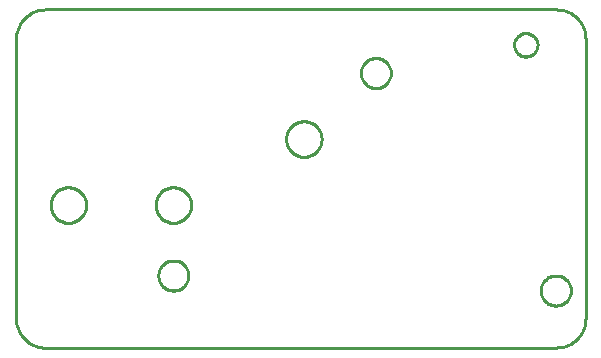
<source format=gbr>
G04 EAGLE Gerber RS-274X export*
G75*
%MOMM*%
%FSLAX34Y34*%
%LPD*%
%IN*%
%IPPOS*%
%AMOC8*
5,1,8,0,0,1.08239X$1,22.5*%
G01*
%ADD10C,0.254000*%
D10*
X0Y738805D02*
X97Y736591D01*
X386Y734394D01*
X865Y732231D01*
X1532Y730117D01*
X2380Y728070D01*
X3403Y726105D01*
X4594Y724236D01*
X5942Y722478D01*
X7439Y720844D01*
X9073Y719347D01*
X10831Y717998D01*
X12700Y716808D01*
X14665Y715784D01*
X16713Y714936D01*
X18826Y714270D01*
X20989Y713791D01*
X23186Y713501D01*
X25400Y713405D01*
X27510Y713492D01*
X30480Y713740D01*
X457000Y713740D01*
X459214Y713837D01*
X461411Y714126D01*
X463574Y714605D01*
X465687Y715272D01*
X467735Y716120D01*
X469700Y717143D01*
X471569Y718334D01*
X473327Y719682D01*
X474961Y721180D01*
X476458Y722813D01*
X477806Y724571D01*
X478997Y726440D01*
X480020Y728406D01*
X480868Y730453D01*
X481535Y732566D01*
X482014Y734729D01*
X482303Y736926D01*
X482400Y739140D01*
X482400Y974600D01*
X482303Y976814D01*
X482014Y979011D01*
X481535Y981174D01*
X480868Y983287D01*
X480020Y985335D01*
X478997Y987300D01*
X477806Y989169D01*
X476458Y990927D01*
X474961Y992561D01*
X473327Y994058D01*
X471569Y995406D01*
X469700Y996597D01*
X467735Y997620D01*
X465687Y998468D01*
X463574Y999135D01*
X461411Y999614D01*
X459214Y999903D01*
X457000Y1000000D01*
X25400Y1000000D01*
X23186Y999903D01*
X20989Y999614D01*
X18826Y999135D01*
X16713Y998468D01*
X14666Y997620D01*
X12700Y996597D01*
X10831Y995406D01*
X9073Y994058D01*
X7440Y992561D01*
X5942Y990927D01*
X4594Y989169D01*
X3403Y987300D01*
X2380Y985335D01*
X1532Y983287D01*
X865Y981174D01*
X386Y979011D01*
X97Y976814D01*
X0Y974600D01*
X0Y738805D01*
X469900Y761501D02*
X469822Y760506D01*
X469666Y759520D01*
X469433Y758550D01*
X469124Y757601D01*
X468742Y756679D01*
X468289Y755790D01*
X467768Y754939D01*
X467181Y754131D01*
X466533Y753373D01*
X465827Y752667D01*
X465069Y752019D01*
X464261Y751432D01*
X463410Y750911D01*
X462521Y750458D01*
X461599Y750076D01*
X460650Y749767D01*
X459680Y749534D01*
X458694Y749378D01*
X457699Y749300D01*
X456701Y749300D01*
X455706Y749378D01*
X454720Y749534D01*
X453750Y749767D01*
X452801Y750076D01*
X451879Y750458D01*
X450990Y750911D01*
X450139Y751432D01*
X449331Y752019D01*
X448573Y752667D01*
X447867Y753373D01*
X447219Y754131D01*
X446632Y754939D01*
X446111Y755790D01*
X445658Y756679D01*
X445276Y757601D01*
X444967Y758550D01*
X444734Y759520D01*
X444578Y760506D01*
X444500Y761501D01*
X444500Y762499D01*
X444578Y763494D01*
X444734Y764480D01*
X444967Y765450D01*
X445276Y766399D01*
X445658Y767321D01*
X446111Y768210D01*
X446632Y769061D01*
X447219Y769869D01*
X447867Y770627D01*
X448573Y771333D01*
X449331Y771981D01*
X450139Y772568D01*
X450990Y773089D01*
X451879Y773542D01*
X452801Y773924D01*
X453750Y774233D01*
X454720Y774466D01*
X455706Y774622D01*
X456701Y774700D01*
X457699Y774700D01*
X458694Y774622D01*
X459680Y774466D01*
X460650Y774233D01*
X461599Y773924D01*
X462521Y773542D01*
X463410Y773089D01*
X464261Y772568D01*
X465069Y771981D01*
X465827Y771333D01*
X466533Y770627D01*
X467181Y769869D01*
X467768Y769061D01*
X468289Y768210D01*
X468742Y767321D01*
X469124Y766399D01*
X469433Y765450D01*
X469666Y764480D01*
X469822Y763494D01*
X469900Y762499D01*
X469900Y761501D01*
X146050Y774201D02*
X145972Y773206D01*
X145816Y772220D01*
X145583Y771250D01*
X145274Y770301D01*
X144892Y769379D01*
X144439Y768490D01*
X143918Y767639D01*
X143331Y766831D01*
X142683Y766073D01*
X141977Y765367D01*
X141219Y764719D01*
X140411Y764132D01*
X139560Y763611D01*
X138671Y763158D01*
X137749Y762776D01*
X136800Y762467D01*
X135830Y762234D01*
X134844Y762078D01*
X133849Y762000D01*
X132851Y762000D01*
X131856Y762078D01*
X130870Y762234D01*
X129900Y762467D01*
X128951Y762776D01*
X128029Y763158D01*
X127140Y763611D01*
X126289Y764132D01*
X125481Y764719D01*
X124723Y765367D01*
X124017Y766073D01*
X123369Y766831D01*
X122782Y767639D01*
X122261Y768490D01*
X121808Y769379D01*
X121426Y770301D01*
X121117Y771250D01*
X120884Y772220D01*
X120728Y773206D01*
X120650Y774201D01*
X120650Y775199D01*
X120728Y776194D01*
X120884Y777180D01*
X121117Y778150D01*
X121426Y779099D01*
X121808Y780021D01*
X122261Y780910D01*
X122782Y781761D01*
X123369Y782569D01*
X124017Y783327D01*
X124723Y784033D01*
X125481Y784681D01*
X126289Y785268D01*
X127140Y785789D01*
X128029Y786242D01*
X128951Y786624D01*
X129900Y786933D01*
X130870Y787166D01*
X131856Y787322D01*
X132851Y787400D01*
X133849Y787400D01*
X134844Y787322D01*
X135830Y787166D01*
X136800Y786933D01*
X137749Y786624D01*
X138671Y786242D01*
X139560Y785789D01*
X140411Y785268D01*
X141219Y784681D01*
X141977Y784033D01*
X142683Y783327D01*
X143331Y782569D01*
X143918Y781761D01*
X144439Y780910D01*
X144892Y780021D01*
X145274Y779099D01*
X145583Y778150D01*
X145816Y777180D01*
X145972Y776194D01*
X146050Y775199D01*
X146050Y774201D01*
X317500Y945651D02*
X317422Y944656D01*
X317266Y943670D01*
X317033Y942700D01*
X316724Y941751D01*
X316342Y940829D01*
X315889Y939940D01*
X315368Y939089D01*
X314781Y938281D01*
X314133Y937523D01*
X313427Y936817D01*
X312669Y936169D01*
X311861Y935582D01*
X311010Y935061D01*
X310121Y934608D01*
X309199Y934226D01*
X308250Y933917D01*
X307280Y933684D01*
X306294Y933528D01*
X305299Y933450D01*
X304301Y933450D01*
X303306Y933528D01*
X302320Y933684D01*
X301350Y933917D01*
X300401Y934226D01*
X299479Y934608D01*
X298590Y935061D01*
X297739Y935582D01*
X296931Y936169D01*
X296173Y936817D01*
X295467Y937523D01*
X294819Y938281D01*
X294232Y939089D01*
X293711Y939940D01*
X293258Y940829D01*
X292876Y941751D01*
X292567Y942700D01*
X292334Y943670D01*
X292178Y944656D01*
X292100Y945651D01*
X292100Y946649D01*
X292178Y947644D01*
X292334Y948630D01*
X292567Y949600D01*
X292876Y950549D01*
X293258Y951471D01*
X293711Y952360D01*
X294232Y953211D01*
X294819Y954019D01*
X295467Y954777D01*
X296173Y955483D01*
X296931Y956131D01*
X297739Y956718D01*
X298590Y957239D01*
X299479Y957692D01*
X300401Y958074D01*
X301350Y958383D01*
X302320Y958616D01*
X303306Y958772D01*
X304301Y958850D01*
X305299Y958850D01*
X306294Y958772D01*
X307280Y958616D01*
X308250Y958383D01*
X309199Y958074D01*
X310121Y957692D01*
X311010Y957239D01*
X311861Y956718D01*
X312669Y956131D01*
X313427Y955483D01*
X314133Y954777D01*
X314781Y954019D01*
X315368Y953211D01*
X315889Y952360D01*
X316342Y951471D01*
X316724Y950549D01*
X317033Y949600D01*
X317266Y948630D01*
X317422Y947644D01*
X317500Y946649D01*
X317500Y945651D01*
X132814Y819390D02*
X131746Y819466D01*
X130685Y819619D01*
X129638Y819847D01*
X128610Y820149D01*
X127606Y820523D01*
X126631Y820968D01*
X125691Y821482D01*
X124790Y822061D01*
X123932Y822703D01*
X123122Y823405D01*
X122365Y824162D01*
X121663Y824972D01*
X121021Y825830D01*
X120442Y826731D01*
X119928Y827671D01*
X119483Y828646D01*
X119109Y829650D01*
X118807Y830678D01*
X118579Y831725D01*
X118426Y832786D01*
X118350Y833854D01*
X118350Y834926D01*
X118426Y835994D01*
X118579Y837055D01*
X118807Y838102D01*
X119109Y839130D01*
X119483Y840134D01*
X119928Y841109D01*
X120442Y842049D01*
X121021Y842950D01*
X121663Y843808D01*
X122365Y844618D01*
X123122Y845375D01*
X123932Y846077D01*
X124790Y846719D01*
X125691Y847298D01*
X126631Y847812D01*
X127606Y848257D01*
X128610Y848631D01*
X129638Y848933D01*
X130685Y849161D01*
X131746Y849314D01*
X132814Y849390D01*
X133886Y849390D01*
X134954Y849314D01*
X136015Y849161D01*
X137062Y848933D01*
X138090Y848631D01*
X139094Y848257D01*
X140069Y847812D01*
X141009Y847298D01*
X141910Y846719D01*
X142768Y846077D01*
X143578Y845375D01*
X144335Y844618D01*
X145037Y843808D01*
X145679Y842950D01*
X146258Y842049D01*
X146772Y841109D01*
X147217Y840134D01*
X147591Y839130D01*
X147893Y838102D01*
X148121Y837055D01*
X148274Y835994D01*
X148350Y834926D01*
X148350Y833854D01*
X148274Y832786D01*
X148121Y831725D01*
X147893Y830678D01*
X147591Y829650D01*
X147217Y828646D01*
X146772Y827671D01*
X146258Y826731D01*
X145679Y825830D01*
X145037Y824972D01*
X144335Y824162D01*
X143578Y823405D01*
X142768Y822703D01*
X141910Y822061D01*
X141009Y821482D01*
X140069Y820968D01*
X139094Y820523D01*
X138090Y820149D01*
X137062Y819847D01*
X136015Y819619D01*
X134954Y819466D01*
X133886Y819390D01*
X132814Y819390D01*
X43914Y819390D02*
X42846Y819466D01*
X41785Y819619D01*
X40738Y819847D01*
X39710Y820149D01*
X38706Y820523D01*
X37731Y820968D01*
X36791Y821482D01*
X35890Y822061D01*
X35032Y822703D01*
X34222Y823405D01*
X33465Y824162D01*
X32763Y824972D01*
X32121Y825830D01*
X31542Y826731D01*
X31028Y827671D01*
X30583Y828646D01*
X30209Y829650D01*
X29907Y830678D01*
X29679Y831725D01*
X29526Y832786D01*
X29450Y833854D01*
X29450Y834926D01*
X29526Y835994D01*
X29679Y837055D01*
X29907Y838102D01*
X30209Y839130D01*
X30583Y840134D01*
X31028Y841109D01*
X31542Y842049D01*
X32121Y842950D01*
X32763Y843808D01*
X33465Y844618D01*
X34222Y845375D01*
X35032Y846077D01*
X35890Y846719D01*
X36791Y847298D01*
X37731Y847812D01*
X38706Y848257D01*
X39710Y848631D01*
X40738Y848933D01*
X41785Y849161D01*
X42846Y849314D01*
X43914Y849390D01*
X44986Y849390D01*
X46054Y849314D01*
X47115Y849161D01*
X48162Y848933D01*
X49190Y848631D01*
X50194Y848257D01*
X51169Y847812D01*
X52109Y847298D01*
X53010Y846719D01*
X53868Y846077D01*
X54678Y845375D01*
X55435Y844618D01*
X56137Y843808D01*
X56779Y842950D01*
X57358Y842049D01*
X57872Y841109D01*
X58317Y840134D01*
X58691Y839130D01*
X58993Y838102D01*
X59221Y837055D01*
X59374Y835994D01*
X59450Y834926D01*
X59450Y833854D01*
X59374Y832786D01*
X59221Y831725D01*
X58993Y830678D01*
X58691Y829650D01*
X58317Y828646D01*
X57872Y827671D01*
X57358Y826731D01*
X56779Y825830D01*
X56137Y824972D01*
X55435Y824162D01*
X54678Y823405D01*
X53868Y822703D01*
X53010Y822061D01*
X52109Y821482D01*
X51169Y820968D01*
X50194Y820523D01*
X49190Y820149D01*
X48162Y819847D01*
X47115Y819619D01*
X46054Y819466D01*
X44986Y819390D01*
X43914Y819390D01*
X243304Y875270D02*
X242236Y875346D01*
X241175Y875499D01*
X240128Y875727D01*
X239100Y876029D01*
X238096Y876403D01*
X237121Y876848D01*
X236181Y877362D01*
X235280Y877941D01*
X234422Y878583D01*
X233612Y879285D01*
X232855Y880042D01*
X232153Y880852D01*
X231511Y881710D01*
X230932Y882611D01*
X230418Y883551D01*
X229973Y884526D01*
X229599Y885530D01*
X229297Y886558D01*
X229069Y887605D01*
X228916Y888666D01*
X228840Y889734D01*
X228840Y890806D01*
X228916Y891874D01*
X229069Y892935D01*
X229297Y893982D01*
X229599Y895010D01*
X229973Y896014D01*
X230418Y896989D01*
X230932Y897929D01*
X231511Y898830D01*
X232153Y899688D01*
X232855Y900498D01*
X233612Y901255D01*
X234422Y901957D01*
X235280Y902599D01*
X236181Y903178D01*
X237121Y903692D01*
X238096Y904137D01*
X239100Y904511D01*
X240128Y904813D01*
X241175Y905041D01*
X242236Y905194D01*
X243304Y905270D01*
X244376Y905270D01*
X245444Y905194D01*
X246505Y905041D01*
X247552Y904813D01*
X248580Y904511D01*
X249584Y904137D01*
X250559Y903692D01*
X251499Y903178D01*
X252400Y902599D01*
X253258Y901957D01*
X254068Y901255D01*
X254825Y900498D01*
X255527Y899688D01*
X256169Y898830D01*
X256748Y897929D01*
X257262Y896989D01*
X257707Y896014D01*
X258081Y895010D01*
X258383Y893982D01*
X258611Y892935D01*
X258764Y891874D01*
X258840Y890806D01*
X258840Y889734D01*
X258764Y888666D01*
X258611Y887605D01*
X258383Y886558D01*
X258081Y885530D01*
X257707Y884526D01*
X257262Y883551D01*
X256748Y882611D01*
X256169Y881710D01*
X255527Y880852D01*
X254825Y880042D01*
X254068Y879285D01*
X253258Y878583D01*
X252400Y877941D01*
X251499Y877362D01*
X250559Y876848D01*
X249584Y876403D01*
X248580Y876029D01*
X247552Y875727D01*
X246505Y875499D01*
X245444Y875346D01*
X244376Y875270D01*
X243304Y875270D01*
X421900Y969568D02*
X421975Y968707D01*
X422125Y967855D01*
X422349Y967020D01*
X422645Y966208D01*
X423010Y965424D01*
X423442Y964676D01*
X423938Y963968D01*
X424494Y963305D01*
X425105Y962694D01*
X425768Y962138D01*
X426476Y961642D01*
X427224Y961210D01*
X428008Y960845D01*
X428820Y960549D01*
X429655Y960325D01*
X430507Y960175D01*
X431368Y960100D01*
X432232Y960100D01*
X433093Y960175D01*
X433945Y960325D01*
X434780Y960549D01*
X435592Y960845D01*
X436376Y961210D01*
X437124Y961642D01*
X437832Y962138D01*
X438495Y962694D01*
X439106Y963305D01*
X439662Y963968D01*
X440158Y964676D01*
X440590Y965424D01*
X440955Y966208D01*
X441251Y967020D01*
X441475Y967855D01*
X441625Y968707D01*
X441700Y969568D01*
X441700Y970432D01*
X441625Y971293D01*
X441475Y972145D01*
X441251Y972980D01*
X440955Y973792D01*
X440590Y974576D01*
X440158Y975324D01*
X439662Y976032D01*
X439106Y976695D01*
X438495Y977306D01*
X437832Y977862D01*
X437124Y978358D01*
X436376Y978790D01*
X435592Y979155D01*
X434780Y979451D01*
X433945Y979675D01*
X433093Y979825D01*
X432232Y979900D01*
X431368Y979900D01*
X430507Y979825D01*
X429655Y979675D01*
X428820Y979451D01*
X428008Y979155D01*
X427224Y978790D01*
X426476Y978358D01*
X425768Y977862D01*
X425105Y977306D01*
X424494Y976695D01*
X423938Y976032D01*
X423442Y975324D01*
X423010Y974576D01*
X422645Y973792D01*
X422349Y972980D01*
X422125Y972145D01*
X421975Y971293D01*
X421900Y970432D01*
X421900Y969568D01*
M02*

</source>
